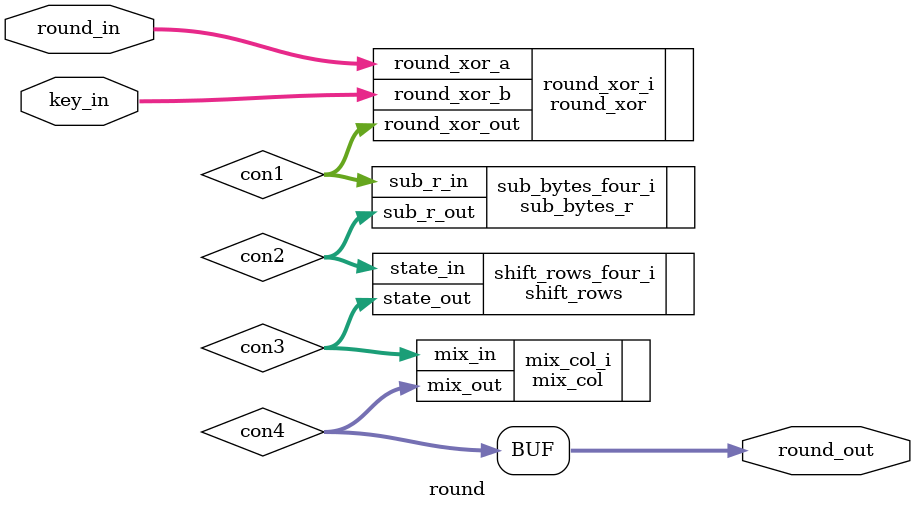
<source format=v>
`timescale 1ns / 1ps
module round(
    input [127:0] round_in,
    input [127:0] key_in,
    output [127:0] round_out
    );
	 
	 wire [127:0]con1;
	 wire [127:0]con2;
	 wire [127:0]con3;
	 wire [127:0]con4;

round_xor round_xor_i(
		.round_xor_a(round_in[127:0]),
    	.round_xor_b(key_in[127:0]),
    	.round_xor_out(con1[127:0])
	);
	
sub_bytes_r sub_bytes_four_i(
		.sub_r_in(con1[127:0]),
		.sub_r_out(con2[127:0])
	    );
	
shift_rows shift_rows_four_i(
		.state_in(con2[127:0]),
		.state_out(con3[127:0])
    );
	
mix_col mix_col_i(
		.mix_in(con3[127:0]),
		.mix_out(con4[127:0])
    );

assign round_out = con4;

/*	
always@(con2)
begin
h_out[127:96] = con2[31:0];
end
always@(con3)
begin
h_out[95:64] = con3[31:0];
end
always@(con4)
begin
h_out[63:32] = con4[31:0];
end
always@(con5)
begin
h_out[31:0] = con5[31:0];
end*/
/*
assign h_out[31:0] = con5[31:0];
assign h_out[63:32] = con4[31:0];
assign h_out[95:64] = con3[31:0];
assign h_out[127:96] = con2[31:0];
*/
endmodule

</source>
